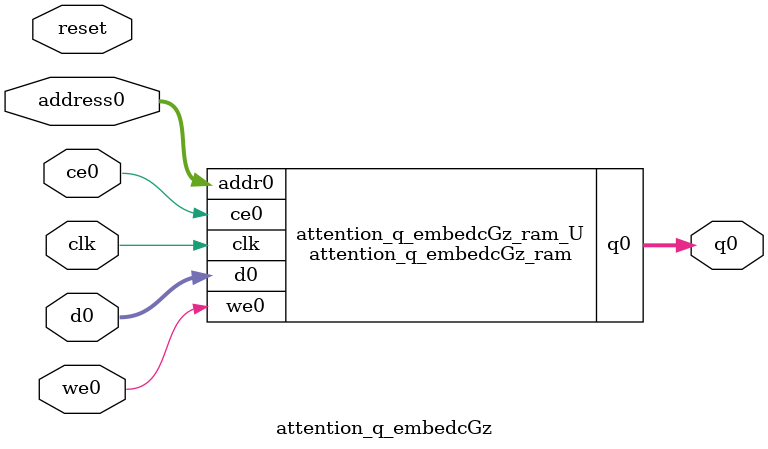
<source format=v>
`timescale 1 ns / 1 ps
module attention_q_embedcGz_ram (addr0, ce0, d0, we0, q0,  clk);

parameter DWIDTH = 38;
parameter AWIDTH = 5;
parameter MEM_SIZE = 24;

input[AWIDTH-1:0] addr0;
input ce0;
input[DWIDTH-1:0] d0;
input we0;
output reg[DWIDTH-1:0] q0;
input clk;

(* ram_style = "distributed" *)reg [DWIDTH-1:0] ram[0:MEM_SIZE-1];




always @(posedge clk)  
begin 
    if (ce0) begin
        if (we0) 
            ram[addr0] <= d0; 
        q0 <= ram[addr0];
    end
end


endmodule

`timescale 1 ns / 1 ps
module attention_q_embedcGz(
    reset,
    clk,
    address0,
    ce0,
    we0,
    d0,
    q0);

parameter DataWidth = 32'd38;
parameter AddressRange = 32'd24;
parameter AddressWidth = 32'd5;
input reset;
input clk;
input[AddressWidth - 1:0] address0;
input ce0;
input we0;
input[DataWidth - 1:0] d0;
output[DataWidth - 1:0] q0;



attention_q_embedcGz_ram attention_q_embedcGz_ram_U(
    .clk( clk ),
    .addr0( address0 ),
    .ce0( ce0 ),
    .we0( we0 ),
    .d0( d0 ),
    .q0( q0 ));

endmodule


</source>
